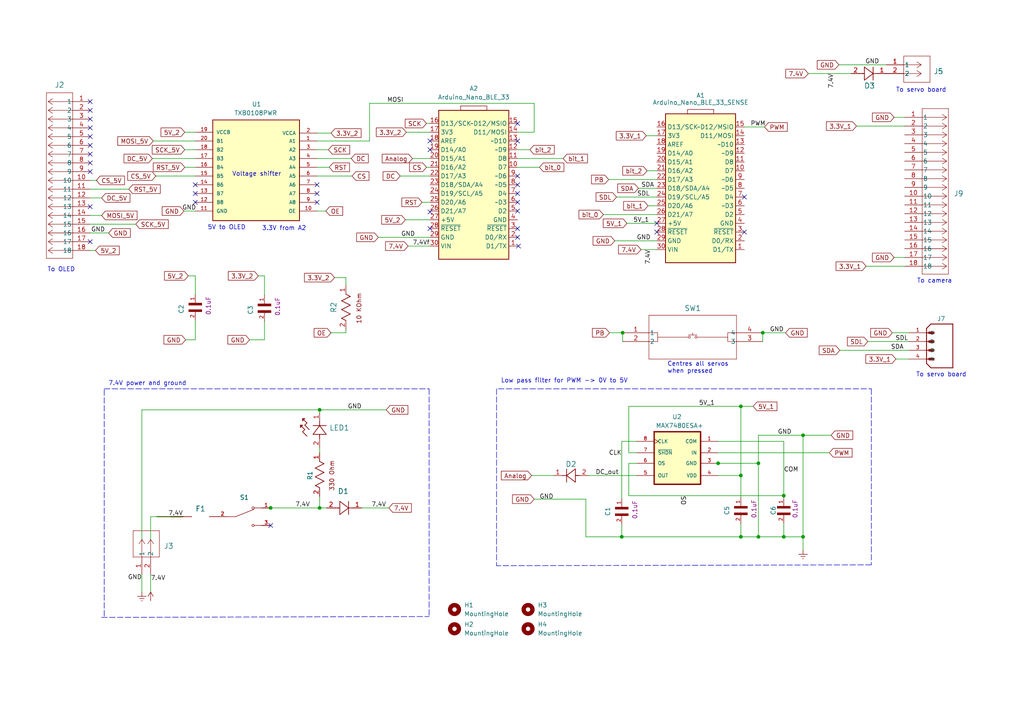
<source format=kicad_sch>
(kicad_sch (version 20211123) (generator eeschema)
  (paper "A4")
  (lib_symbols
    (symbol "CatBot_JSC:1N4148WX-TP" (pin_names (offset 0.254))
      (property "Reference" "D1" (at 5.08 4.445 0))
      (property "Value" "1N4148WX-TP" (at 6.096 -4.572 0))
      (symbol "1N4148WX-TP_1_1"
        (pin unspecified line (at 10.16 0 180) (length 2.54) (name "~") (number "1"))
        (pin unspecified line (at 0 0 0) (length 2.54) (name "~") (number "2"))
      )
      (symbol "1N4148WX-TP_1_2"
        (pin unspecified line (at 0 10.16 270) (length 2.54) (name "") (number "1"))
        (pin unspecified line (at 0 0 90) (length 2.54) (name "") (number "2"))
      )
    )
    (symbol "CatBot_JSC:500SSP1S2M2QEA" (pin_names (offset 1.016))
      (property "Reference" "S" (at -2.54 5.08 0))
      (property "Value" "500SSP1S2M2QEA" (at -2.54 -5.08 0))
      (symbol "500SSP1S2M2QEA_0_0"
        (pin passive line (at 7.62 2.54 180) (length 2.54) (name "~") (number "1"))
        (pin passive line (at -7.62 0 0) (length 2.54) (name "~") (number "2"))
        (pin passive line (at 7.62 -2.54 180) (length 2.54) (name "~") (number "3"))
      )
    )
    (symbol "CatBot_JSC:Arduino_BLE_33"
      (property "Reference" "A" (at -10.16 23.495 0))
      (property "Value" "Arduino_BLE_33" (at 5.08 -24.13 0))
      (symbol "Arduino_BLE_33_1_1"
        (pin bidirectional line (at -12.7 19.05 0) (length 2.54) (name "D1/TX") (number "1"))
        (pin bidirectional line (at -12.7 -3.81 0) (length 2.54) (name "D7") (number "10"))
        (pin bidirectional line (at -12.7 -6.35 0) (length 2.54) (name "D8") (number "11"))
        (pin bidirectional line (at -12.7 -8.89 0) (length 2.54) (name "~D9") (number "12"))
        (pin bidirectional line (at -12.7 -11.43 0) (length 2.54) (name "~D10") (number "13"))
        (pin bidirectional line (at -12.7 -13.97 0) (length 2.54) (name "D11/MOSI") (number "14"))
        (pin bidirectional line (at -12.7 -16.51 0) (length 2.54) (name "~D12/MSIO") (number "15"))
        (pin bidirectional line (at 12.7 -16.51 180) (length 2.54) (name "D13/SCK") (number "16"))
        (pin power_out line (at 12.7 -13.97 180) (length 2.54) (name "3V3") (number "17"))
        (pin input line (at 12.7 -11.43 180) (length 2.54) (name "AREF") (number "18"))
        (pin bidirectional line (at 12.7 -8.89 180) (length 2.54) (name "D14/A0") (number "19"))
        (pin bidirectional line (at -12.7 16.51 0) (length 2.54) (name "D0/RX") (number "2"))
        (pin bidirectional line (at 12.7 -6.35 180) (length 2.54) (name "D15/A1") (number "20"))
        (pin bidirectional line (at 12.7 -3.81 180) (length 2.54) (name "D16/A2") (number "21"))
        (pin bidirectional line (at 12.7 -1.27 180) (length 2.54) (name "D17/A3") (number "22"))
        (pin bidirectional line (at 12.7 1.27 180) (length 2.54) (name "D18/SDA/A4") (number "23"))
        (pin bidirectional line (at 12.7 3.81 180) (length 2.54) (name "D19/SCL/A5") (number "24"))
        (pin bidirectional line (at 12.7 6.35 180) (length 2.54) (name "D20/A6") (number "25"))
        (pin bidirectional line (at 12.7 8.89 180) (length 2.54) (name "D21/A7") (number "26"))
        (pin power_out line (at 12.7 11.43 180) (length 2.54) (name "+5V") (number "27"))
        (pin input line (at 12.7 13.97 180) (length 2.54) (name "~{RESET}") (number "28"))
        (pin power_in line (at 12.7 16.51 180) (length 2.54) (name "GND") (number "29"))
        (pin input line (at -12.7 13.97 0) (length 2.54) (name "~{RESET}") (number "3"))
        (pin power_in line (at 12.7 19.05 180) (length 2.54) (name "VIN") (number "30"))
        (pin power_in line (at -12.7 11.43 0) (length 2.54) (name "GND") (number "4"))
        (pin bidirectional line (at -12.7 8.89 0) (length 2.54) (name "D2") (number "5"))
        (pin bidirectional line (at -12.7 6.35 0) (length 2.54) (name "~D3") (number "6"))
        (pin bidirectional line (at -12.7 3.81 0) (length 2.54) (name "D4") (number "7"))
        (pin bidirectional line (at -12.7 1.27 0) (length 2.54) (name "~D5") (number "8"))
        (pin bidirectional line (at -12.7 -1.27 0) (length 2.54) (name "~D6") (number "9"))
      )
    )
    (symbol "CatBot_JSC:C503B-GAN-CB0F0791" (pin_names (offset 0.254))
      (property "Reference" "CR" (at 5.08 -4.445 0))
      (property "Value" "C503B-GAN-CB0F0791" (at 5.08 -7.62 0))
      (property "Footprint" "CatBot_JSC:Led_green_C503B" (at 4.826 7.112 0))
      (symbol "C503B-GAN-CB0F0791_1_1"
        (pin unspecified line (at 10.16 0 180) (length 2.54) (name "") (number "1"))
        (pin unspecified line (at 0 0 0) (length 2.54) (name "") (number "2"))
      )
      (symbol "C503B-GAN-CB0F0791_1_2"
        (pin unspecified line (at 0 10.16 270) (length 2.54) (name "") (number "1"))
        (pin unspecified line (at 0 0 90) (length 2.54) (name "") (number "2"))
      )
    )
    (symbol "CatBot_JSC:CL05A104KA5NNNC_0pt1uF" (pin_names (offset 1.016))
      (property "Reference" "C" (at 0 3.81 0))
      (property "Value" "CL05A104KA5NNNC_0pt1uF" (at -10.414 -5.08 0))
      (symbol "CL05A104KA5NNNC_0pt1uF_0_0"
        (pin passive line (at 5.08 0 180) (length 2.54) (name "~") (number "1"))
        (pin passive line (at -2.54 0 0) (length 2.54) (name "~") (number "2"))
      )
    )
    (symbol "CatBot_JSC:MAX7480ESA+" (pin_names (offset 1.016))
      (property "Reference" "U" (at -12.7 16.24 0))
      (property "Value" "MAX7480ESA+" (at -11.43 -9.398 0))
      (property "Footprint" "CatBot_JSC:SOIC127P600X175-8N_MAX7480" (at -24.638 18.542 0))
      (symbol "MAX7480ESA+_0_0"
        (pin input line (at -17.78 7.62 0) (length 5.08) (name "COM") (number "1"))
        (pin input line (at -17.78 4.318 0) (length 5.08) (name "IN") (number "2"))
        (pin power_in line (at -17.78 1.27 0) (length 5.08) (name "GND") (number "3"))
        (pin power_in line (at -17.78 -2.286 0) (length 5.08) (name "VDD") (number "4"))
        (pin output line (at 5.842 -2.286 180) (length 5.08) (name "OUT") (number "5"))
        (pin input line (at 5.842 1.27 180) (length 5.08) (name "OS") (number "6"))
        (pin input line (at 5.842 4.318 180) (length 5.08) (name "~{SHDN}") (number "7"))
        (pin input clock (at 5.842 7.62 180) (length 5.08) (name "CLK") (number "8"))
      )
    )
    (symbol "CatBot_JSC:RC0402JR-0710KL" (pin_names (offset 0.254))
      (property "Reference" "R" (at 5.715 3.81 0))
      (property "Value" "RC0402JR-0710KL" (at 6.858 -8.89 0))
      (property "Footprint" "CatBot_JSC:RC0402JR-0710KL" (at 5.588 -13.462 0))
      (symbol "RC0402JR-0710KL_0_0"
        (text "10 KOhm" (at 6.096 -3.81 0) (effects (font (size 1.27 1.27))))
      )
      (symbol "RC0402JR-0710KL_1_1"
        (pin unspecified line (at 12.7 0 180) (length 2.54) (name "") (number "1"))
        (pin unspecified line (at 0 0 0) (length 2.54) (name "") (number "2"))
      )
      (symbol "RC0402JR-0710KL_1_2"
        (pin unspecified line (at 0 12.7 270) (length 2.54) (name "") (number "1"))
        (pin unspecified line (at 0 0 90) (length 2.54) (name "") (number "2"))
      )
    )
    (symbol "CatBot_JSC:RGEF300_Fuse" (pin_numbers hide) (pin_names hide)
      (property "Reference" "F" (at 5.08 3.175 0))
      (property "Value" "RGEF300_Fuse" (at 5.08 -5.08 0))
      (symbol "RGEF300_Fuse_1_1"
        (pin unspecified line (at 0 0 0) (length 2.54) (name "1") (number "1"))
        (pin unspecified line (at 10.16 0 180) (length 2.54) (name "2") (number "2"))
      )
    )
    (symbol "CatBot_JSC:RMCF2512FT330R" (pin_names (offset 1.016))
      (property "Reference" "R" (at -0.508 1.524 0))
      (property "Value" "RMCF2512FT330R" (at -7.874 -7.112 0))
      (property "Footprint" "CatBot_JSC:300_Ohm_RESC6332X70N" (at 2.032 5.08 0))
      (symbol "RMCF2512FT330R_0_0"
        (text "330 Ohm" (at 0.254 -4.064 0) (effects (font (size 1.27 1.27))))
      )
      (symbol "RMCF2512FT330R_1_1"
        (pin unspecified line (at 6.858 -0.508 180) (length 2.54) (name "") (number "1"))
        (pin unspecified line (at -5.842 -0.508 0) (length 2.54) (name "") (number "2"))
      )
    )
    (symbol "CatBot_JSC:TL3305CF260QG" (pin_names (offset 0.254))
      (property "Reference" "SW" (at 20.32 10.16 0))
      (property "Value" "TL3305CF260QG" (at 20.32 7.62 0))
      (property "Footprint" "CatBot_JSC:Push_Button_Switch_SW4_TL3305CF260QG_EWI-M" (at 10.922 -10.922 0))
      (symbol "TL3305CF260QG_0_1"
        (pin unspecified line (at 0 0 0) (length 7.62) (name "1") (number "1"))
        (pin unspecified line (at 0 -2.54 0) (length 7.62) (name "2") (number "2"))
        (pin unspecified line (at 40.64 -2.54 180) (length 7.62) (name "3") (number "3"))
        (pin unspecified line (at 40.64 0 180) (length 7.62) (name "4") (number "4"))
      )
    )
    (symbol "CatBot_JSC:TXB0108PWR" (pin_names (offset 1.016))
      (property "Reference" "U" (at -12.7 23.86 0))
      (property "Value" "TXB0108PWR" (at -12.7 -19.304 0))
      (property "Footprint" "CatBot_JSC:TXB0108PWR" (at -1.778 -25.146 0))
      (symbol "TXB0108PWR_0_0"
        (pin bidirectional line (at -17.78 7.62 0) (length 5.08) (name "A1") (number "1"))
        (pin input line (at -17.78 -12.7 0) (length 5.08) (name "OE") (number "10"))
        (pin power_in line (at 17.526 -12.7 180) (length 5.08) (name "GND") (number "11"))
        (pin bidirectional line (at 17.526 -10.16 180) (length 5.08) (name "B8") (number "12"))
        (pin bidirectional line (at 17.526 -7.62 180) (length 5.08) (name "B7") (number "13"))
        (pin bidirectional line (at 17.526 -5.08 180) (length 5.08) (name "B6") (number "14"))
        (pin bidirectional line (at 17.526 -2.54 180) (length 5.08) (name "B5") (number "15"))
        (pin bidirectional line (at 17.526 0 180) (length 5.08) (name "B4") (number "16"))
        (pin bidirectional line (at 17.526 2.54 180) (length 5.08) (name "B3") (number "17"))
        (pin bidirectional line (at 17.526 5.08 180) (length 5.08) (name "B2") (number "18"))
        (pin power_in line (at 17.526 10.16 180) (length 5.08) (name "VCCB") (number "19"))
        (pin power_in line (at -17.78 9.906 0) (length 5.08) (name "VCCA") (number "2"))
        (pin bidirectional line (at 17.526 7.62 180) (length 5.08) (name "B1") (number "20"))
        (pin bidirectional line (at -17.78 5.08 0) (length 5.08) (name "A2") (number "3"))
        (pin bidirectional line (at -17.78 2.54 0) (length 5.08) (name "A3") (number "4"))
        (pin bidirectional line (at -17.78 0 0) (length 5.08) (name "A4") (number "5"))
        (pin bidirectional line (at -17.78 -2.54 0) (length 5.08) (name "A5") (number "6"))
        (pin bidirectional line (at -17.78 -5.08 0) (length 5.08) (name "A6") (number "7"))
        (pin bidirectional line (at -17.78 -7.62 0) (length 5.08) (name "A7") (number "8"))
        (pin bidirectional line (at -17.78 -10.16 0) (length 5.08) (name "A8") (number "9"))
      )
    )
    (symbol "Mechanical:MountingHole" (pin_names (offset 1.016))
      (property "Reference" "H" (at 0 5.08 0))
      (property "Value" "MountingHole" (at 0 3.175 0))
    )
    (symbol "Molex_connectors_JSC:0525591853" (pin_names (offset 0.254))
      (property "Reference" "J" (at 8.89 6.35 0))
      (property "Value" "0525591853" (at -12.7 3.048 0))
      (property "Footprint" "Molex_connectors_JSC:CON_525591853_MOL" (at -0.254 9.398 0))
      (symbol "0525591853_1_1"
        (pin unspecified line (at 0 0 0) (length 5.08) (name "1") (number "1"))
        (pin unspecified line (at 0 -22.86 0) (length 5.08) (name "10") (number "10"))
        (pin unspecified line (at 0 -25.4 0) (length 5.08) (name "11") (number "11"))
        (pin unspecified line (at 0 -27.94 0) (length 5.08) (name "12") (number "12"))
        (pin unspecified line (at 0 -30.48 0) (length 5.08) (name "13") (number "13"))
        (pin unspecified line (at 0 -33.02 0) (length 5.08) (name "14") (number "14"))
        (pin unspecified line (at 0 -35.56 0) (length 5.08) (name "15") (number "15"))
        (pin unspecified line (at 0 -38.1 0) (length 5.08) (name "16") (number "16"))
        (pin unspecified line (at 0 -40.64 0) (length 5.08) (name "17") (number "17"))
        (pin unspecified line (at 0 -43.18 0) (length 5.08) (name "18") (number "18"))
        (pin unspecified line (at 0 -2.54 0) (length 5.08) (name "2") (number "2"))
        (pin unspecified line (at 0 -5.08 0) (length 5.08) (name "3") (number "3"))
        (pin unspecified line (at 0 -7.62 0) (length 5.08) (name "4") (number "4"))
        (pin unspecified line (at 0 -10.16 0) (length 5.08) (name "5") (number "5"))
        (pin unspecified line (at 0 -12.7 0) (length 5.08) (name "6") (number "6"))
        (pin unspecified line (at 0 -15.24 0) (length 5.08) (name "7") (number "7"))
        (pin unspecified line (at 0 -17.78 0) (length 5.08) (name "8") (number "8"))
        (pin unspecified line (at 0 -20.32 0) (length 5.08) (name "9") (number "9"))
      )
      (symbol "0525591853_1_2"
        (pin unspecified line (at 0 0 0) (length 5.08) (name "1") (number "1"))
        (pin unspecified line (at 0 -22.86 0) (length 5.08) (name "10") (number "10"))
        (pin unspecified line (at 0 -25.4 0) (length 5.08) (name "11") (number "11"))
        (pin unspecified line (at 0 -27.94 0) (length 5.08) (name "12") (number "12"))
        (pin unspecified line (at 0 -30.48 0) (length 5.08) (name "13") (number "13"))
        (pin unspecified line (at 0 -33.02 0) (length 5.08) (name "14") (number "14"))
        (pin unspecified line (at 0 -35.56 0) (length 5.08) (name "15") (number "15"))
        (pin unspecified line (at 0 -38.1 0) (length 5.08) (name "16") (number "16"))
        (pin unspecified line (at 0 -2.54 0) (length 5.08) (name "2") (number "2"))
        (pin unspecified line (at 0 -5.08 0) (length 5.08) (name "3") (number "3"))
        (pin unspecified line (at 0 -7.62 0) (length 5.08) (name "4") (number "4"))
        (pin unspecified line (at 0 -10.16 0) (length 5.08) (name "5") (number "5"))
        (pin unspecified line (at 0 -12.7 0) (length 5.08) (name "6") (number "6"))
        (pin unspecified line (at 0 -15.24 0) (length 5.08) (name "7") (number "7"))
        (pin unspecified line (at 0 -17.78 0) (length 5.08) (name "8") (number "8"))
        (pin unspecified line (at 0 -20.32 0) (length 5.08) (name "9") (number "9"))
      )
    )
    (symbol "Molex_connectors_JSC:532580229" (pin_names (offset 0.254))
      (property "Reference" "J" (at 8.89 6.35 0))
      (property "Value" "532580229" (at -1.27 7.62 0))
      (symbol "532580229_1_1"
        (pin unspecified line (at 0 0 0) (length 5.08) (name "1") (number "1"))
        (pin unspecified line (at 0 -2.54 0) (length 5.08) (name "2") (number "2"))
      )
      (symbol "532580229_1_2"
        (pin unspecified line (at 0 0 0) (length 5.08) (name "1") (number "1"))
        (pin unspecified line (at 0 -2.54 0) (length 5.08) (name "2") (number "2"))
      )
    )
    (symbol "Molex_connectors_JSC:533750410" (pin_names (offset 1.016))
      (property "Reference" "J" (at 3.302 6.096 0))
      (property "Value" "533750410" (at 0 -10.16 0))
      (property "Footprint" "Molex_connectors_JSC:MOLEX_533750410" (at 0.508 -16.256 0))
      (symbol "533750410_0_0"
        (pin passive line (at -5.08 2.54 0) (length 5.08) (name "1") (number "1"))
        (pin passive line (at -5.08 0 0) (length 5.08) (name "2") (number "2"))
        (pin passive line (at -5.08 -2.54 0) (length 5.08) (name "3") (number "3"))
        (pin passive line (at -5.08 -5.08 0) (length 5.08) (name "4") (number "4"))
      )
    )
    (symbol "Power_library:+7.4V" (power) (pin_names (offset 0))
      (property "Value" "+7.4V" (at 0 3.556 0))
      (symbol "+7.4V_1_1"
        (pin power_in line (at 0 0 90) (length 0) hide (name "+7.4V") (number "1"))
      )
    )
    (symbol "Power_library:GNDREF" (power) (pin_names (offset 0))
      (property "Value" "GNDREF" (at 0.254 -6.096 0))
      (symbol "GNDREF_1_1"
        (pin power_in line (at 0 0 270) (length 0) hide (name "GNDREF") (number "1"))
      )
    )
  )
  (junction (at 232.918 155.702))
  (junction (at 227.33 155.702))
  (junction (at 214.884 155.702))
  (junction (at 219.964 155.702))
  (junction (at 219.964 134.366))
  (junction (at 208.28 134.366))
  (junction (at 92.71 118.872))
  (junction (at 180.34 155.702))
  (junction (at 78.486 147.32))
  (junction (at 227.33 143.764))
  (junction (at 232.918 126.238))
  (junction (at 92.71 147.32))
  (junction (at 221.234 96.52))
  (junction (at 180.594 96.52))
  (junction (at 214.884 117.856))
  (junction (at 214.884 137.922))
  (no_connect (at 26.162 47.244))
  (no_connect (at 215.9 57.15))
  (no_connect (at 56.642 53.594))
  (no_connect (at 26.162 32.004))
  (no_connect (at 26.162 70.104))
  (no_connect (at 124.714 40.894))
  (no_connect (at 26.162 29.464))
  (no_connect (at 124.714 66.294))
  (no_connect (at 150.114 40.894))
  (no_connect (at 26.162 39.624))
  (no_connect (at 150.114 61.214))
  (no_connect (at 56.642 56.134))
  (no_connect (at 150.114 68.834))
  (no_connect (at 56.642 58.674))
  (no_connect (at 26.162 42.164))
  (no_connect (at 150.114 35.814))
  (no_connect (at 150.368 71.374))
  (no_connect (at 215.9 67.31))
  (no_connect (at 26.162 59.944))
  (no_connect (at 150.114 58.674))
  (no_connect (at 91.948 53.594))
  (no_connect (at 150.114 66.294))
  (no_connect (at 150.114 53.594))
  (no_connect (at 91.948 58.674))
  (no_connect (at 91.948 56.134))
  (no_connect (at 150.114 56.134))
  (no_connect (at 124.714 61.468))
  (no_connect (at 150.114 51.054))
  (no_connect (at 26.162 44.704))
  (no_connect (at 26.162 49.784))
  (no_connect (at 190.5 64.77))
  (no_connect (at 78.486 152.4))
  (no_connect (at 124.714 43.434))
  (no_connect (at 26.162 34.544))
  (no_connect (at 190.5 67.31))
  (no_connect (at 26.162 37.084))
  (wire (pts (xy 221.234 96.52) (xy 227.838 96.52)))
  (wire (pts (xy 170.688 137.922) (xy 184.658 137.922)))
  (wire (pts (xy 153.67 43.434) (xy 150.114 43.434)))
  (wire (pts (xy 257.048 18.796) (xy 243.332 18.796)))
  (polyline (pts (xy 30.226 112.776) (xy 124.46 112.776)))
  (wire (pts (xy 214.884 137.922) (xy 214.884 144.272)))
  (wire (pts (xy 208.28 134.366) (xy 219.964 134.366)))
  (wire (pts (xy 182.372 131.318) (xy 182.372 117.856)))
  (wire (pts (xy 43.688 166.624) (xy 43.688 171.704)))
  (wire (pts (xy 227.33 151.892) (xy 227.33 155.702)))
  (wire (pts (xy 251.206 77.216) (xy 262.382 77.216)))
  (wire (pts (xy 123.698 48.514) (xy 124.714 48.514)))
  (wire (pts (xy 180.34 152.146) (xy 180.34 155.702)))
  (wire (pts (xy 53.594 48.514) (xy 56.642 48.514)))
  (wire (pts (xy 91.948 51.054) (xy 102.108 51.054)))
  (wire (pts (xy 185.928 72.39) (xy 190.5 72.39)))
  (wire (pts (xy 41.148 166.624) (xy 41.148 171.704)))
  (wire (pts (xy 92.71 119.634) (xy 92.71 118.872)))
  (wire (pts (xy 116.078 51.054) (xy 124.714 51.054)))
  (wire (pts (xy 91.948 38.608) (xy 96.012 38.608)))
  (wire (pts (xy 26.162 57.404) (xy 29.464 57.404)))
  (wire (pts (xy 258.826 96.52) (xy 263.652 96.52)))
  (wire (pts (xy 180.594 96.52) (xy 180.594 99.06)))
  (polyline (pts (xy 124.46 112.776) (xy 124.46 178.816)))
  (wire (pts (xy 124.714 45.974) (xy 119.634 45.974)))
  (wire (pts (xy 154.178 137.922) (xy 160.528 137.922)))
  (wire (pts (xy 107.188 29.972) (xy 154.94 29.972)))
  (wire (pts (xy 53.848 98.552) (xy 56.642 98.552)))
  (wire (pts (xy 91.948 45.974) (xy 101.854 45.974)))
  (polyline (pts (xy 144.526 112.776) (xy 252.73 112.776)))
  (wire (pts (xy 97.028 80.518) (xy 100.33 80.518)))
  (wire (pts (xy 53.594 43.434) (xy 56.642 43.434)))
  (wire (pts (xy 169.926 155.702) (xy 180.34 155.702)))
  (wire (pts (xy 214.884 151.892) (xy 214.884 155.702)))
  (wire (pts (xy 232.918 155.702) (xy 232.918 159.512)))
  (wire (pts (xy 44.958 51.054) (xy 56.642 51.054)))
  (wire (pts (xy 190.5 39.37) (xy 187.452 39.37)))
  (wire (pts (xy 92.71 147.32) (xy 94.742 147.32)))
  (wire (pts (xy 91.948 43.434) (xy 95.25 43.434)))
  (wire (pts (xy 107.188 40.894) (xy 91.948 40.894)))
  (wire (pts (xy 178.816 57.15) (xy 190.5 57.15)))
  (wire (pts (xy 53.594 38.354) (xy 56.642 38.354)))
  (wire (pts (xy 26.162 72.644) (xy 27.686 72.644)))
  (wire (pts (xy 190.5 62.23) (xy 175.006 62.23)))
  (wire (pts (xy 227.33 128.016) (xy 227.33 143.764)))
  (wire (pts (xy 259.334 34.036) (xy 262.382 34.036)))
  (wire (pts (xy 53.34 61.214) (xy 56.642 61.214)))
  (wire (pts (xy 123.698 35.814) (xy 124.714 35.814)))
  (wire (pts (xy 92.71 144.018) (xy 92.71 147.32)))
  (wire (pts (xy 182.372 134.366) (xy 182.372 143.764)))
  (wire (pts (xy 117.856 38.354) (xy 124.714 38.354)))
  (wire (pts (xy 41.148 118.872) (xy 92.71 118.872)))
  (wire (pts (xy 184.658 128.016) (xy 180.34 128.016)))
  (wire (pts (xy 31.496 67.564) (xy 26.162 67.564)))
  (polyline (pts (xy 30.226 113.03) (xy 30.226 179.07)))
  (wire (pts (xy 207.518 134.366) (xy 208.28 134.366)))
  (wire (pts (xy 214.884 155.702) (xy 219.964 155.702)))
  (wire (pts (xy 56.642 92.964) (xy 56.642 98.552)))
  (wire (pts (xy 150.114 38.354) (xy 154.94 38.354)))
  (wire (pts (xy 182.372 117.856) (xy 214.884 117.856)))
  (wire (pts (xy 187.706 49.53) (xy 190.5 49.53)))
  (wire (pts (xy 107.188 40.894) (xy 107.188 29.972)))
  (wire (pts (xy 185.166 54.61) (xy 190.5 54.61)))
  (wire (pts (xy 26.162 52.324) (xy 28.194 52.324)))
  (wire (pts (xy 219.964 155.702) (xy 227.33 155.702)))
  (wire (pts (xy 180.34 128.016) (xy 180.34 144.526)))
  (wire (pts (xy 122.428 58.674) (xy 124.714 58.674)))
  (wire (pts (xy 187.96 59.69) (xy 190.5 59.69)))
  (wire (pts (xy 43.688 149.86) (xy 53.086 149.86)))
  (wire (pts (xy 169.926 144.78) (xy 169.926 155.702)))
  (wire (pts (xy 44.45 40.894) (xy 56.642 40.894)))
  (wire (pts (xy 234.442 21.336) (xy 246.888 21.336)))
  (wire (pts (xy 182.372 134.366) (xy 184.658 134.366)))
  (wire (pts (xy 219.964 126.238) (xy 232.918 126.238)))
  (wire (pts (xy 112.776 147.32) (xy 104.902 147.32)))
  (wire (pts (xy 44.196 45.974) (xy 56.642 45.974)))
  (wire (pts (xy 154.94 144.78) (xy 169.926 144.78)))
  (wire (pts (xy 117.602 63.754) (xy 124.714 63.754)))
  (wire (pts (xy 215.9 36.83) (xy 221.742 36.83)))
  (wire (pts (xy 150.114 45.974) (xy 163.322 45.974)))
  (wire (pts (xy 208.28 131.318) (xy 240.538 131.318)))
  (wire (pts (xy 248.412 36.576) (xy 262.382 36.576)))
  (wire (pts (xy 26.162 62.484) (xy 29.464 62.484)))
  (wire (pts (xy 41.148 156.464) (xy 41.148 118.872)))
  (wire (pts (xy 208.28 128.016) (xy 227.33 128.016)))
  (wire (pts (xy 43.688 156.464) (xy 43.688 149.86)))
  (wire (pts (xy 232.918 126.238) (xy 241.046 126.238)))
  (wire (pts (xy 92.71 118.872) (xy 112.014 118.872)))
  (wire (pts (xy 214.884 117.856) (xy 214.884 137.922)))
  (wire (pts (xy 94.488 61.214) (xy 91.948 61.214)))
  (wire (pts (xy 180.34 155.702) (xy 214.884 155.702)))
  (wire (pts (xy 184.658 131.318) (xy 182.372 131.318)))
  (polyline (pts (xy 252.73 112.776) (xy 252.73 163.83)))
  (wire (pts (xy 227.33 143.764) (xy 227.33 144.272)))
  (wire (pts (xy 214.884 117.856) (xy 218.44 117.856)))
  (wire (pts (xy 100.33 96.52) (xy 100.33 95.504)))
  (wire (pts (xy 95.758 96.52) (xy 100.33 96.52)))
  (wire (pts (xy 221.234 96.52) (xy 221.234 99.06)))
  (wire (pts (xy 176.784 96.52) (xy 180.594 96.52)))
  (wire (pts (xy 56.642 80.01) (xy 56.642 85.344)))
  (wire (pts (xy 109.728 68.834) (xy 124.714 68.834)))
  (wire (pts (xy 178.308 69.85) (xy 190.5 69.85)))
  (wire (pts (xy 263.652 99.06) (xy 251.714 99.06)))
  (wire (pts (xy 26.162 54.864) (xy 37.338 54.864)))
  (wire (pts (xy 100.33 80.518) (xy 100.33 82.804)))
  (wire (pts (xy 150.114 48.514) (xy 156.464 48.514)))
  (wire (pts (xy 78.486 147.32) (xy 92.71 147.32)))
  (wire (pts (xy 232.918 155.702) (xy 232.918 126.238)))
  (wire (pts (xy 76.708 80.01) (xy 76.708 85.598)))
  (wire (pts (xy 219.964 134.366) (xy 219.964 126.238)))
  (wire (pts (xy 76.708 98.552) (xy 72.39 98.552)))
  (wire (pts (xy 26.162 65.024) (xy 39.37 65.024)))
  (wire (pts (xy 259.334 74.676) (xy 262.382 74.676)))
  (polyline (pts (xy 144.018 112.776) (xy 144.018 164.084)))
  (wire (pts (xy 263.652 104.14) (xy 259.842 104.14)))
  (wire (pts (xy 54.61 80.01) (xy 56.642 80.01)))
  (wire (pts (xy 91.948 48.514) (xy 95.504 48.514)))
  (wire (pts (xy 78.232 147.32) (xy 78.486 147.32)))
  (wire (pts (xy 154.94 29.972) (xy 154.94 38.354)))
  (wire (pts (xy 227.33 155.702) (xy 232.918 155.702)))
  (polyline (pts (xy 252.73 163.83) (xy 144.018 164.084)))
  (wire (pts (xy 92.71 131.318) (xy 92.71 129.794)))
  (wire (pts (xy 181.864 64.77) (xy 190.5 64.77)))
  (wire (pts (xy 176.53 52.07) (xy 190.5 52.07)))
  (wire (pts (xy 74.93 80.01) (xy 76.708 80.01)))
  (wire (pts (xy 214.884 137.922) (xy 208.28 137.922)))
  (wire (pts (xy 182.372 143.764) (xy 227.33 143.764)))
  (wire (pts (xy 118.364 71.374) (xy 124.714 71.374)))
  (wire (pts (xy 76.708 93.218) (xy 76.708 98.552)))
  (wire (pts (xy 263.652 101.6) (xy 243.586 101.6)))
  (wire (pts (xy 219.964 134.366) (xy 219.964 155.702)))
  (polyline (pts (xy 29.464 179.07) (xy 124.46 178.816)))
  (text "3.3V from A2\n" (at 75.946 67.056 0) (effects (font (size 1.27 1.27)) (justify left bottom)))
  (text "To servo board" (at 259.842 26.924 0) (effects (font (size 1.27 1.27)) (justify left bottom)))
  (text "5V to OLED" (at 60.198 66.802 0) (effects (font (size 1.27 1.27)) (justify left bottom)))
  (text "Voltage shifter" (at 67.31 51.308 0) (effects (font (size 1.27 1.27)) (justify left bottom)))
  (text "To OLED" (at 13.716 78.994 0) (effects (font (size 1.27 1.27)) (justify left bottom)))
  (text "Low pass filter for PWM -> 0V to 5V" (at 182.118 111.252 180) (effects (font (size 1.27 1.27)) (justify right bottom)))
  (text "7.4V power and ground" (at 54.102 112.014 180) (effects (font (size 1.27 1.27)) (justify right bottom)))
  (text "To camera" (at 265.938 82.296 0) (effects (font (size 1.27 1.27)) (justify left bottom)))
  (text "To servo board" (at 265.684 109.474 0) (effects (font (size 1.27 1.27)) (justify left bottom)))
  (text "Centres all servos\nwhen pressed" (at 193.548 108.458 0) (effects (font (size 1.27 1.27)) (justify left bottom)))
  (label "7.4V" (at 43.688 168.656 0))
  (label "OS" (at 199.39 143.764 270))
  (label "7.4V" (at 112.014 147.32 180))
  (label "7.4V" (at 89.916 147.32 180))
  (label "GND" (at 56.896 61.214 180))
  (label "7.4V" (at 242.062 21.336 270))
  (label "5V_1" (at 183.642 64.77 0))
  (label "DC_out" (at 172.72 137.922 0))
  (label "COM" (at 227.33 137.16 0))
  (label "SDL" (at 263.398 99.06 180))
  (label "GND" (at 250.952 18.796 0))
  (label "GND" (at 120.396 68.834 180))
  (label "CLK" (at 180.34 132.334 180))
  (label "7.4V" (at 188.976 72.39 270))
  (label "7.4Vf" (at 119.634 71.374 0))
  (label "PWM" (at 217.678 36.83 0))
  (label "GND" (at 104.902 118.872 180))
  (label "7.4V" (at 53.086 149.86 180))
  (label "SDA" (at 189.738 54.61 180))
  (label "GND" (at 188.722 69.85 180))
  (label "GND" (at 156.464 145.034 0))
  (label "GND" (at 30.48 67.564 180))
  (label "SDL" (at 188.468 57.15 180))
  (label "MOSI" (at 112.268 29.972 0))
  (label "GND" (at 227.33 96.52 180))
  (label "GND" (at 41.148 168.402 180))
  (label "5V_1" (at 202.692 117.856 0))
  (label "SDA" (at 262.128 101.6 180))
  (label "GND" (at 225.552 126.238 0))
  (global_label "GND" (shape input) (at 72.39 98.552 180) (property "Intersheet References" "${INTERSHEET_REFS}" (effects hide)))
  (global_label "DC" (shape input) (at 116.078 51.054 180) (property "Intersheet References" "${INTERSHEET_REFS}" (effects hide)))
  (global_label "CS" (shape input) (at 123.698 48.514 180) (property "Intersheet References" "${INTERSHEET_REFS}" (effects hide)))
  (global_label "5V_1" (shape input) (at 181.864 64.77 180) (property "Intersheet References" "${INTERSHEET_REFS}" (effects hide)))
  (global_label "DC_5V" (shape input) (at 29.464 57.404 0) (property "Intersheet References" "${INTERSHEET_REFS}" (effects hide)))
  (global_label "3.3V_2" (shape input) (at 117.856 38.354 180) (property "Intersheet References" "${INTERSHEET_REFS}" (effects hide)))
  (global_label "PB" (shape input) (at 176.53 52.07 180) (property "Intersheet References" "${INTERSHEET_REFS}" (effects hide)))
  (global_label "GND" (shape input) (at 53.34 61.214 180) (property "Intersheet References" "${INTERSHEET_REFS}" (effects hide)))
  (global_label "bit_1" (shape input) (at 163.322 45.974 0) (property "Intersheet References" "${INTERSHEET_REFS}" (effects hide)))
  (global_label "SDL" (shape input) (at 251.714 99.06 180) (property "Intersheet References" "${INTERSHEET_REFS}" (effects hide)))
  (global_label "CS_5V" (shape input) (at 27.94 52.324 0) (property "Intersheet References" "${INTERSHEET_REFS}" (effects hide)))
  (global_label "7.4V" (shape input) (at 118.364 71.374 180) (property "Intersheet References" "${INTERSHEET_REFS}" (effects hide)))
  (global_label "RST_5V" (shape input) (at 37.338 54.864 0) (property "Intersheet References" "${INTERSHEET_REFS}" (effects hide)))
  (global_label "3.3V_1" (shape input) (at 259.842 104.14 180) (property "Intersheet References" "${INTERSHEET_REFS}" (effects hide)))
  (global_label "MOSI_5V" (shape input) (at 29.464 62.484 0) (property "Intersheet References" "${INTERSHEET_REFS}" (effects hide)))
  (global_label "RST_5V" (shape input) (at 53.594 48.514 180) (property "Intersheet References" "${INTERSHEET_REFS}" (effects hide)))
  (global_label "GND" (shape input) (at 154.94 144.78 180) (property "Intersheet References" "${INTERSHEET_REFS}" (effects hide)))
  (global_label "GND" (shape input) (at 53.848 98.552 180) (property "Intersheet References" "${INTERSHEET_REFS}" (effects hide)))
  (global_label "bit_0" (shape input) (at 175.006 62.23 180) (property "Intersheet References" "${INTERSHEET_REFS}" (effects hide)))
  (global_label "3.3V_1" (shape input) (at 248.412 36.576 180) (property "Intersheet References" "${INTERSHEET_REFS}" (effects hide)))
  (global_label "3.3V_2" (shape input) (at 74.93 80.01 180) (property "Intersheet References" "${INTERSHEET_REFS}" (effects hide)))
  (global_label "GND" (shape input) (at 259.334 34.036 180) (property "Intersheet References" "${INTERSHEET_REFS}" (effects hide)))
  (global_label "CS_5V" (shape input) (at 45.212 51.054 180) (property "Intersheet References" "${INTERSHEET_REFS}" (effects hide)))
  (global_label "DC" (shape input) (at 101.854 45.974 0) (property "Intersheet References" "${INTERSHEET_REFS}" (effects hide)))
  (global_label "bit_2" (shape input) (at 153.67 43.434 0) (property "Intersheet References" "${INTERSHEET_REFS}" (effects hide)))
  (global_label "OE" (shape input) (at 94.488 61.214 0) (property "Intersheet References" "${INTERSHEET_REFS}" (effects hide)))
  (global_label "7.4V" (shape input) (at 234.442 21.336 180) (property "Intersheet References" "${INTERSHEET_REFS}" (effects hide)))
  (global_label "SDA" (shape input) (at 185.166 54.61 180) (property "Intersheet References" "${INTERSHEET_REFS}" (effects hide)))
  (global_label "bit_0" (shape input) (at 156.464 48.514 0) (property "Intersheet References" "${INTERSHEET_REFS}" (effects hide)))
  (global_label "CS" (shape input) (at 102.108 51.054 0) (property "Intersheet References" "${INTERSHEET_REFS}" (effects hide)))
  (global_label "5V_1" (shape input) (at 218.44 117.856 0) (property "Intersheet References" "${INTERSHEET_REFS}" (effects hide)))
  (global_label "DC_5V" (shape input) (at 44.196 45.974 180) (property "Intersheet References" "${INTERSHEET_REFS}" (effects hide)))
  (global_label "SDA" (shape input) (at 243.586 101.6 180) (property "Intersheet References" "${INTERSHEET_REFS}" (effects hide)))
  (global_label "GND" (shape input) (at 109.728 68.834 180) (property "Intersheet References" "${INTERSHEET_REFS}" (effects hide)))
  (global_label "GND" (shape input) (at 112.014 118.872 0) (property "Intersheet References" "${INTERSHEET_REFS}" (effects hide)))
  (global_label "3.3V_2" (shape input) (at 96.012 38.608 0) (property "Intersheet References" "${INTERSHEET_REFS}" (effects hide)))
  (global_label "5V_2" (shape input) (at 117.602 63.754 180) (property "Intersheet References" "${INTERSHEET_REFS}" (effects hide)))
  (global_label "7.4V" (shape input) (at 185.928 72.39 180) (property "Intersheet References" "${INTERSHEET_REFS}" (effects hide)))
  (global_label "GND" (shape input) (at 178.308 69.85 180) (property "Intersheet References" "${INTERSHEET_REFS}" (effects hide)))
  (global_label "SCK_5V" (shape input) (at 53.594 43.434 180) (property "Intersheet References" "${INTERSHEET_REFS}" (effects hide)))
  (global_label "MOSI_5V" (shape input) (at 44.45 40.894 180) (property "Intersheet References" "${INTERSHEET_REFS}" (effects hide)))
  (global_label "RST" (shape input) (at 95.504 48.514 0) (property "Intersheet References" "${INTERSHEET_REFS}" (effects hide)))
  (global_label "OE" (shape input) (at 96.012 96.52 180) (property "Intersheet References" "${INTERSHEET_REFS}" (effects hide)))
  (global_label "RST" (shape input) (at 122.428 58.674 180) (property "Intersheet References" "${INTERSHEET_REFS}" (effects hide)))
  (global_label "GND" (shape input) (at 241.046 126.238 0) (property "Intersheet References" "${INTERSHEET_REFS}" (effects hide)))
  (global_label "GND" (shape input) (at 258.826 96.52 180) (property "Intersheet References" "${INTERSHEET_REFS}" (effects hide)))
  (global_label "3.3V_1" (shape input) (at 187.452 39.37 180) (property "Intersheet References" "${INTERSHEET_REFS}" (effects hide)))
  (global_label "bit_2" (shape input) (at 187.706 49.53 180) (property "Intersheet References" "${INTERSHEET_REFS}" (effects hide)))
  (global_label "GND" (shape input) (at 227.838 96.52 0) (property "Intersheet References" "${INTERSHEET_REFS}" (effects hide)))
  (global_label "GND" (shape input) (at 31.496 67.564 0) (property "Intersheet References" "${INTERSHEET_REFS}" (effects hide)))
  (global_label "3.3V_1" (shape input) (at 251.206 77.216 180) (property "Intersheet References" "${INTERSHEET_REFS}" (effects hide)))
  (global_label "PWM" (shape input) (at 240.538 131.318 0) (property "Intersheet References" "${INTERSHEET_REFS}" (effects hide)))
  (global_label "SCK_5V" (shape input) (at 39.37 65.024 0) (property "Intersheet References" "${INTERSHEET_REFS}" (effects hide)))
  (global_label "3.3V_2" (shape input) (at 97.028 80.518 180) (property "Intersheet References" "${INTERSHEET_REFS}" (effects hide)))
  (global_label "SCK" (shape input) (at 95.25 43.434 0) (property "Intersheet References" "${INTERSHEET_REFS}" (effects hide)))
  (global_label "bit_1" (shape input) (at 187.96 59.69 180) (property "Intersheet References" "${INTERSHEET_REFS}" (effects hide)))
  (global_label "5V_2" (shape input) (at 54.61 80.01 180) (property "Intersheet References" "${INTERSHEET_REFS}" (effects hide)))
  (global_label "5V_2" (shape input) (at 27.686 72.644 0) (property "Intersheet References" "${INTERSHEET_REFS}" (effects hide)))
  (global_label "GND" (shape input) (at 243.332 18.796 180) (property "Intersheet References" "${INTERSHEET_REFS}" (effects hide)))
  (global_label "Analog" (shape input) (at 119.634 45.974 180) (property "Intersheet References" "${INTERSHEET_REFS}" (effects hide)))
  (global_label "SDL" (shape input) (at 178.816 57.15 180) (property "Intersheet References" "${INTERSHEET_REFS}" (effects hide)))
  (global_label "PWM" (shape input) (at 221.742 36.83 0) (property "Intersheet References" "${INTERSHEET_REFS}" (effects hide)))
  (global_label "Analog" (shape input) (at 154.178 137.922 180) (property "Intersheet References" "${INTERSHEET_REFS}" (effects hide)))
  (global_label "SCK" (shape input) (at 123.698 35.814 180) (property "Intersheet References" "${INTERSHEET_REFS}" (effects hide)))
  (global_label "5V_2" (shape input) (at 53.594 38.354 180) (property "Intersheet References" "${INTERSHEET_REFS}" (effects hide)))
  (global_label "7.4V" (shape input) (at 112.776 147.32 0) (property "Intersheet References" "${INTERSHEET_REFS}" (effects hide)))
  (global_label "GND" (shape input) (at 259.334 74.676 180) (property "Intersheet References" "${INTERSHEET_REFS}" (effects hide)))
  (global_label "PB" (shape input) (at 176.784 96.52 180) (property "Intersheet References" "${INTERSHEET_REFS}" (effects hide)))
  (symbol (lib_id "CatBot_JSC:RC0402JR-0710KL") (at 100.33 95.504 90) (unit 1)
    (property "Reference" "R2" (at 96.774 89.154 0) (effects (font (size 1.524 1.524))))
    (property "Value" "RC0402JR-0710KL" (effects hide))
    (property "Footprint" "CatBot_JSC:RC0402JR-0710KL" (effects hide))
    (property "Datasheet" "RC0402JR-0710KL" (effects hide))
  )
  (symbol (lib_id "Mechanical:MountingHole") (at 153.162 182.372 0) (unit 1)
    (property "Reference" "H4" (at 155.956 181.1019 0) (effects (justify left)))
    (property "Value" "MountingHole" (at 155.956 183.6419 0) (effects (justify left)))
    (property "Footprint" "MountingHole:MountingHole_2.2mm_M2" (effects hide))
  )
  (symbol (lib_id "CatBot_JSC:Arduino_BLE_33") (at 203.2 53.34 180) (unit 1)
    (property "Reference" "A1" (at 203.2 27.686 0))
    (property "Value" "Arduino_Nano_BLE_33_SENSE" (at 203.2 29.718 0))
    (property "Footprint" "CatBot_JSC:Arduino_BLE_33" (effects hide))
    (property "Datasheet" "https://www.arduino.cc/en/uploads/Main/ArduinoNanoManual23.pdf.TBD" (effects hide))
  )
  (symbol (lib_id "CatBot_JSC:1N4148WX-TP") (at 170.688 137.922 0) (mirror y) (unit 1)
    (property "Reference" "D2" (at 165.608 134.62 0) (effects (font (size 1.524 1.524))))
    (property "Value" "1N4148WX-TP" (effects hide))
    (property "Footprint" "CatBot_JSC:Diode_CR_SOD323_MCC-M" (effects hide))
    (property "Datasheet" "1N4148WX-TP" (effects hide))
  )
  (symbol (lib_id "Mechanical:MountingHole") (at 153.162 176.784 0) (unit 1)
    (property "Reference" "H3" (at 155.956 175.5139 0) (effects (justify left)))
    (property "Value" "MountingHole" (at 155.956 178.0539 0) (effects (justify left)))
    (property "Footprint" "MountingHole:MountingHole_2.2mm_M2" (effects hide))
  )
  (symbol (lib_id "CatBot_JSC:1N4148WX-TP") (at 94.742 147.32 0) (unit 1)
    (property "Reference" "D1" (at 99.568 142.494 0) (effects (font (size 1.524 1.524))))
    (property "Value" "1N4148WX-TP" (effects hide))
    (property "Footprint" "CatBot_JSC:Diode_CR_SOD323_MCC-M" (effects hide))
    (property "Datasheet" "1N4148WX-TP" (effects hide))
  )
  (symbol (lib_id "Molex_connectors_JSC:532580229") (at 257.048 18.796 0) (unit 1)
    (property "Reference" "J5" (at 270.764 20.701 0) (effects (font (size 1.524 1.524)) (justify left)))
    (property "Value" "532580229" (effects hide))
    (property "Footprint" "Molex_connectors_JSC:CON_532580229_MOL" (effects hide))
    (property "Datasheet" "532580229" (effects hide))
  )
  (symbol (lib_id "CatBot_JSC:RMCF2512FT330R") (at 92.202 138.176 90) (unit 1)
    (property "Reference" "R1" (at 89.916 137.922 0))
    (property "Value" "RMCF2512FT330R" (effects hide))
    (property "Footprint" "CatBot_JSC:300_Ohm_RESC6332X70N" (effects hide))
  )
  (symbol (lib_id "CatBot_JSC:500SSP1S2M2QEA") (at 70.866 149.86 0) (unit 1)
    (property "Reference" "S1" (at 70.866 144.272 0))
    (property "Value" "500SSP1S2M2QEA" (effects hide))
    (property "Footprint" "CatBot_JSC:Slider_switch_500SSP1S2M2QEA" (effects hide))
    (property "PARTREV" "C" (effects hide))
    (property "STANDARD" "Manufacturer Recommendations" (effects hide))
    (property "MAXIMUM_PACKAGE_HEIGHT" "13.59mm" (effects hide))
    (property "MANUFACTURER" "E-switch" (effects hide))
  )
  (symbol (lib_id "CatBot_JSC:CL05A104KA5NNNC_0pt1uF") (at 227.33 149.352 90) (unit 1)
    (property "Reference" "C6" (at 224.282 148.082 0))
    (property "Value" "CL05A104KA5NNNC_0pt1uF" (effects hide))
    (property "Footprint" "CatBot_JSC:CAPC1005X55N" (effects hide))
    (property "Note" "0.1uF" (at 230.632 147.574 0))
  )
  (symbol (lib_id "CatBot_JSC:RGEF300_Fuse") (at 53.086 149.86 0) (unit 1)
    (property "Reference" "F1" (at 58.166 147.574 0) (effects (font (size 1.524 1.524))))
    (property "Value" "RGEF300_Fuse" (effects hide))
    (property "Footprint" "CatBot_JSC:RGEF300" (effects hide))
  )
  (symbol (lib_id "CatBot_JSC:TL3305CF260QG") (at 180.594 96.52 0) (unit 1)
    (property "Reference" "SW1" (at 200.914 89.408 0) (effects (font (size 1.524 1.524))))
    (property "Value" "TL3305CF260QG" (effects hide))
    (property "Footprint" "CatBot_JSC:Push_Button_Switch_SW4_TL3305CF260QG_EWI-M" (effects hide))
    (property "Datasheet" "TL3305CF260QG" (effects hide))
  )
  (symbol (lib_id "CatBot_JSC:CL05A104KA5NNNC_0pt1uF") (at 76.708 90.678 90) (unit 1)
    (property "Reference" "C3" (at 72.644 89.916 0))
    (property "Value" "CL05A104KA5NNNC_0pt1uF" (effects hide))
    (property "Footprint" "CatBot_JSC:CAPC1005X55N" (effects hide))
    (property "Note" "0.1uF" (at 80.518 88.9 0))
  )
  (symbol (lib_id "CatBot_JSC:CL05A104KA5NNNC_0pt1uF") (at 214.884 149.352 90) (unit 1)
    (property "Reference" "C5" (at 210.82 148.082 0))
    (property "Value" "CL05A104KA5NNNC_0pt1uF" (effects hide))
    (property "Footprint" "CatBot_JSC:CAPC1005X55N" (effects hide))
    (property "Note" "0.1uF" (at 218.694 147.574 0))
  )
  (symbol (lib_id "CatBot_JSC:TXB0108PWR") (at 74.168 48.514 0) (mirror y) (unit 1)
    (property "Reference" "U1" (at 74.422 30.226 0))
    (property "Value" "TXB0108PWR" (at 74.168 32.766 0))
    (property "Footprint" "CatBot_JSC:TXB0108PWR" (effects hide))
    (property "PARTREV" "H" (effects hide))
    (property "MANUFACTURER" "Texas Instruments" (effects hide))
    (property "MAXIMUM_PACKAGE_HEIGHT" "1.2mm" (effects hide))
    (property "STANDARD" "IPC-7351B" (effects hide))
  )
  (symbol (lib_id "Power_library:+7.4V") (at 43.688 174.244 0) (unit 1)
    (property "Reference" "#PWR0101" (effects hide))
    (property "Value" "+7.4V" (effects hide))
  )
  (symbol (lib_id "Molex_connectors_JSC:533750410") (at 268.732 99.06 0) (unit 1)
    (property "Reference" "J7" (at 271.78 92.456 0) (effects (justify left)))
    (property "Value" "533750410" (effects hide))
    (property "Footprint" "Molex_connectors_JSC:MOLEX_533750410" (effects hide))
    (property "PARTREV" "C" (effects hide))
    (property "STANDARD" "Manufacturer Recommendations" (effects hide))
    (property "MAXIMUM_PACKAGE_HEIGHT" "11.75 mm" (effects hide))
    (property "MANUFACTURER" "Molex" (effects hide))
  )
  (symbol (lib_id "Molex_connectors_JSC:0525591853") (at 26.162 29.464 0) (mirror y) (unit 1)
    (property "Reference" "J2" (at 17.272 24.638 0) (effects (font (size 1.524 1.524))))
    (property "Value" "0525591853" (effects hide))
    (property "Footprint" "Molex_connectors_JSC:CON_525591853_MOL" (effects hide))
    (property "Datasheet" "559171630" (effects hide))
  )
  (symbol (lib_id "CatBot_JSC:MAX7480ESA+") (at 190.5 135.636 0) (mirror y) (unit 1)
    (property "Reference" "U2" (at 196.342 120.904 0))
    (property "Value" "MAX7480ESA+" (at 197.104 123.444 0))
    (property "Footprint" "CatBot_JSC:SOIC127P600X175-8N_MAX7480" (effects hide))
  )
  (symbol (lib_id "Molex_connectors_JSC:0525591853") (at 262.382 34.036 0) (unit 1)
    (property "Reference" "J9" (at 276.606 56.134 0) (effects (font (size 1.524 1.524)) (justify left)))
    (property "Value" "0525591853" (effects hide))
    (property "Footprint" "Molex_connectors_JSC:CON_525591853_MOL" (effects hide))
    (property "Datasheet" "559171630" (effects hide))
  )
  (symbol (lib_id "Mechanical:MountingHole") (at 131.826 182.372 0) (unit 1)
    (property "Reference" "H2" (at 134.62 181.1019 0) (effects (justify left)))
    (property "Value" "MountingHole" (at 134.62 183.6419 0) (effects (justify left)))
    (property "Footprint" "MountingHole:MountingHole_2.2mm_M2" (effects hide))
  )
  (symbol (lib_id "Power_library:GNDREF") (at 232.918 159.512 0) (unit 1)
    (property "Reference" "#PWR0103" (effects hide))
    (property "Value" "GNDREF" (effects hide))
  )
  (symbol (lib_id "CatBot_JSC:CL05A104KA5NNNC_0pt1uF") (at 180.34 149.606 90) (unit 1)
    (property "Reference" "C1" (at 176.276 148.336 0))
    (property "Value" "CL05A104KA5NNNC_0pt1uF" (effects hide))
    (property "Footprint" "CatBot_JSC:CAPC1005X55N" (effects hide))
    (property "Note" "0.1uF" (at 184.15 147.828 0))
  )
  (symbol (lib_id "CatBot_JSC:CL05A104KA5NNNC_0pt1uF") (at 56.642 90.424 90) (unit 1)
    (property "Reference" "C2" (at 52.578 89.662 0))
    (property "Value" "CL05A104KA5NNNC_0pt1uF" (effects hide))
    (property "Footprint" "CatBot_JSC:CAPC1005X55N" (effects hide))
    (property "Note" "0.1uF" (at 60.452 88.646 0))
  )
  (symbol (lib_id "CatBot_JSC:1N4148WX-TP") (at 246.888 21.336 0) (unit 1)
    (property "Reference" "D3" (at 252.222 24.892 0) (effects (font (size 1.524 1.524))))
    (property "Value" "1N4148WX-TP" (effects hide))
    (property "Footprint" "CatBot_JSC:Diode_CR_SOD323_MCC-M" (effects hide))
    (property "Datasheet" "1N4148WX-TP" (effects hide))
  )
  (symbol (lib_id "Molex_connectors_JSC:532580229") (at 41.148 166.624 90) (unit 1)
    (property "Reference" "J3" (at 47.498 158.369 90) (effects (font (size 1.524 1.524)) (justify right)))
    (property "Value" "532580229" (effects hide))
    (property "Footprint" "Molex_connectors_JSC:CON_532580229_MOL" (effects hide))
    (property "Datasheet" "532580229" (effects hide))
  )
  (symbol (lib_id "Power_library:GNDREF") (at 41.148 171.704 0) (unit 1)
    (property "Reference" "#PWR0102" (effects hide))
    (property "Value" "GNDREF" (effects hide))
  )
  (symbol (lib_id "Mechanical:MountingHole") (at 131.826 176.784 0) (unit 1)
    (property "Reference" "H1" (at 134.62 175.5139 0) (effects (justify left)))
    (property "Value" "MountingHole" (at 134.62 178.0539 0) (effects (justify left)))
    (property "Footprint" "MountingHole:MountingHole_2.2mm_M2" (effects hide))
  )
  (symbol (lib_id "CatBot_JSC:C503B-GAN-CB0F0791") (at 92.71 129.794 90) (unit 1)
    (property "Reference" "LED1" (at 95.504 124.079 90) (effects (font (size 1.524 1.524)) (justify right)))
    (property "Value" "C503B-GAN-CB0F0791" (effects hide))
    (property "Footprint" "CatBot_JSC:Led_green_C503B" (effects hide))
    (property "Datasheet" "C503B-GAN-CB0F0791" (effects hide))
  )
  (symbol (lib_id "CatBot_JSC:Arduino_BLE_33") (at 137.414 52.324 180) (unit 1)
    (property "Reference" "A2" (at 137.414 25.654 0))
    (property "Value" "Arduino_Nano_BLE_33" (at 137.414 28.194 0))
    (property "Footprint" "CatBot_JSC:Arduino_BLE_33" (effects hide))
    (property "Datasheet" "https://www.arduino.cc/en/uploads/Main/ArduinoNanoManual23.pdf.TBD" (effects hide))
  )
)
</source>
